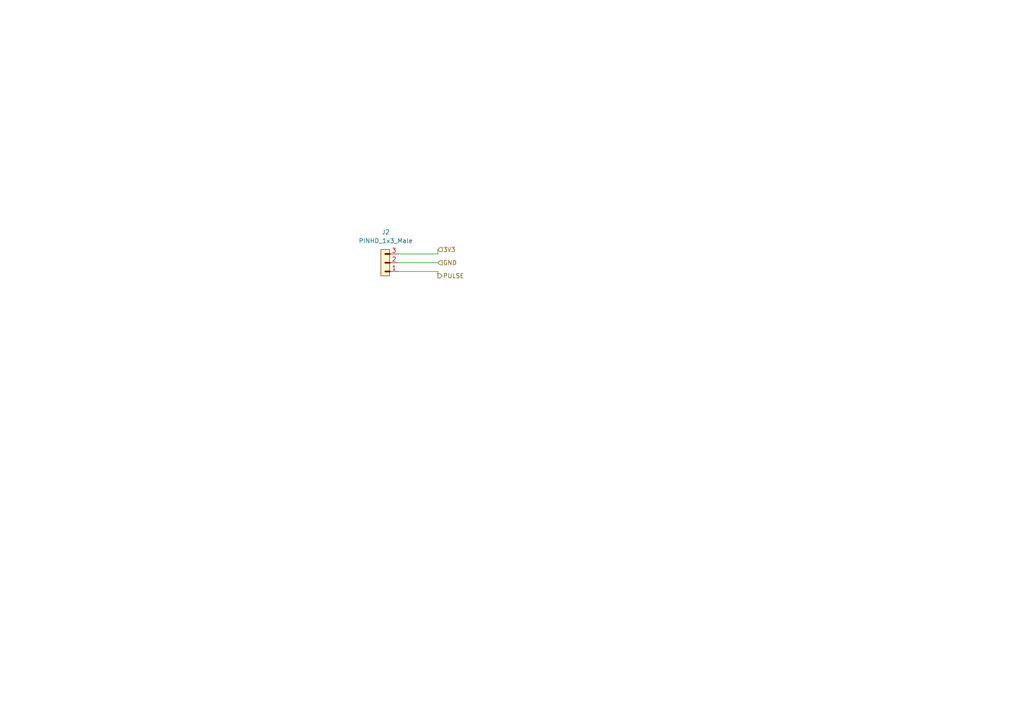
<source format=kicad_sch>
(kicad_sch (version 20250114) (generator "eeschema") (generator_version "9.0")
  (paper "A4")
  (lib_symbols
    (symbol "PCM_SL_Pin_Headers:PINHD_1x3_Male"
      (property "Reference" "J" (at 0 7.62 0))
      (property "Value" "PINHD_1x3_Male" (at 0 5.08 0))
      (symbol "PINHD_1x3_Male_0_1"
        (rectangle (start -1.27 3.81) (end 1.27 -3.81) (fill (type background)))
        (polyline (pts (xy -1.27 2.54) (xy 0 2.54)) (stroke (width 0.3)))
        (polyline (pts (xy -1.27 2.54) (xy 0 2.54)) (stroke (width 0.5)))
        (polyline (pts (xy -1.27 0) (xy 0 0)) (stroke (width 0.3)))
        (polyline (pts (xy -1.27 0) (xy 0 0)) (stroke (width 0.5)))
        (polyline (pts (xy -1.27 -2.54) (xy 0 -2.54)) (stroke (width 0.3)))
        (polyline (pts (xy -1.27 -2.54) (xy 0 -2.54)) (stroke (width 0.5)))
      )
      (symbol "PINHD_1x3_Male_1_1"
        (pin passive line (at -3.81 2.54 0) (length 2.54) (name "") (number "1"))
        (pin passive line (at -3.81 0 0) (length 2.54) (name "") (number "2"))
        (pin passive line (at -3.81 -2.54 0) (length 2.54) (name "") (number "3"))
      )
    )
  )
  (wire (pts (xy 115.57 78.74) (xy 127 78.74)))
  (wire (pts (xy 115.57 76.2) (xy 127 76.2)))
  (wire (pts (xy 127 78.74) (xy 127 80.01)))
  (wire (pts (xy 115.57 73.66) (xy 127 73.66)))
  (wire (pts (xy 127 73.66) (xy 127 72.39)))
  (hierarchical_label "GND" (shape input) (at 127 76.2 0))
  (hierarchical_label "PULSE" (shape output) (at 127 80.01 0))
  (hierarchical_label "3V3" (shape input) (at 127 72.39 0))
  (symbol (lib_id "PCM_SL_Pin_Headers:PINHD_1x3_Male") (at 111.76 76.2 180) (unit 1)
    (property "Reference" "J2" (at 111.885 67.31 0))
    (property "Value" "PINHD_1x3_Male" (at 111.885 69.85 0))
    (property "Footprint" "Connector_PinHeader_2.54mm:PinHeader_1x03_P2.54mm_Vertical" (effects (hide yes)))
    (property "Description" "Pin Header male with pin space 2.54mm. Pin Count -3" (effects (hide yes)))
  )
)
</source>
